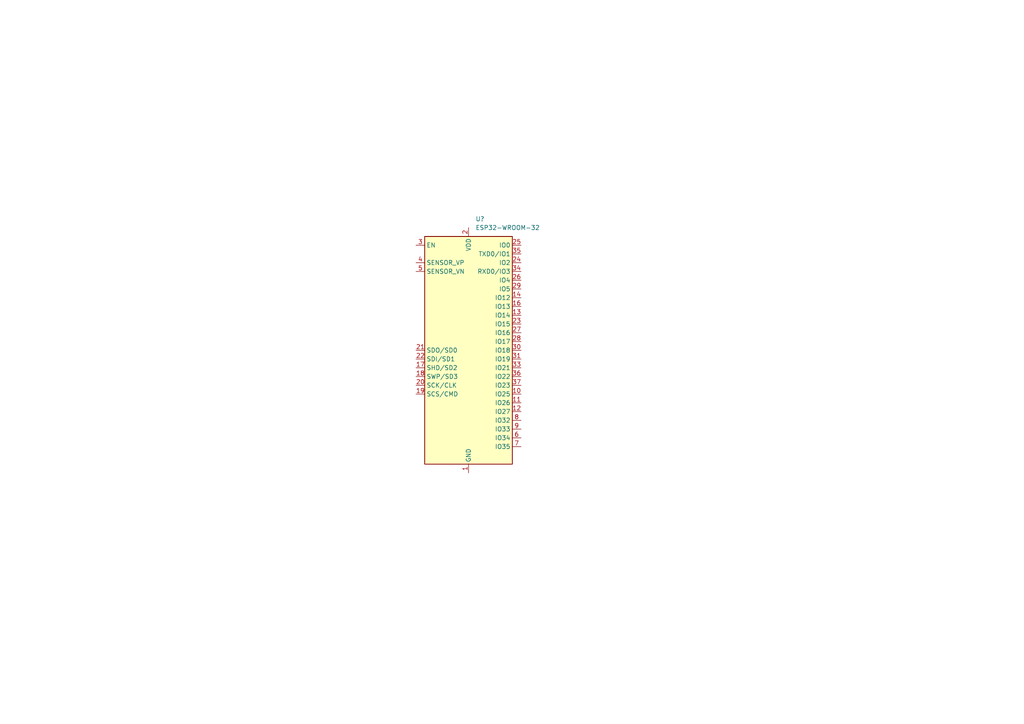
<source format=kicad_sch>
(kicad_sch (version 20211123) (generator eeschema)
  (paper "A4")
  (lib_symbols
    (symbol "RF_Module:ESP32-WROOM-32"
      (property "Reference" "U" (at -12.7 34.29 0))
      (property "Value" "ESP32-WROOM-32" (at 1.27 34.29 0))
      (symbol "ESP32-WROOM-32_0_1"
        (rectangle (start -12.7 33.02) (end 12.7 -33.02) (stroke (width 0.254)) (fill (type background)))
      )
      (symbol "ESP32-WROOM-32_1_1"
        (pin power_in line (at 0 -35.56 90) (length 2.54) (name "GND") (number "1"))
        (pin bidirectional line (at 15.24 -12.7 180) (length 2.54) (name "IO25") (number "10"))
        (pin bidirectional line (at 15.24 -15.24 180) (length 2.54) (name "IO26") (number "11"))
        (pin bidirectional line (at 15.24 -17.78 180) (length 2.54) (name "IO27") (number "12"))
        (pin bidirectional line (at 15.24 10.16 180) (length 2.54) (name "IO14") (number "13"))
        (pin bidirectional line (at 15.24 15.24 180) (length 2.54) (name "IO12") (number "14"))
        (pin passive line (at 0 -35.56 90) (length 2.54) hide (name "GND") (number "15"))
        (pin bidirectional line (at 15.24 12.7 180) (length 2.54) (name "IO13") (number "16"))
        (pin bidirectional line (at -15.24 -5.08 0) (length 2.54) (name "SHD/SD2") (number "17"))
        (pin bidirectional line (at -15.24 -7.62 0) (length 2.54) (name "SWP/SD3") (number "18"))
        (pin bidirectional line (at -15.24 -12.7 0) (length 2.54) (name "SCS/CMD") (number "19"))
        (pin power_in line (at 0 35.56 270) (length 2.54) (name "VDD") (number "2"))
        (pin bidirectional line (at -15.24 -10.16 0) (length 2.54) (name "SCK/CLK") (number "20"))
        (pin bidirectional line (at -15.24 0 0) (length 2.54) (name "SDO/SD0") (number "21"))
        (pin bidirectional line (at -15.24 -2.54 0) (length 2.54) (name "SDI/SD1") (number "22"))
        (pin bidirectional line (at 15.24 7.62 180) (length 2.54) (name "IO15") (number "23"))
        (pin bidirectional line (at 15.24 25.4 180) (length 2.54) (name "IO2") (number "24"))
        (pin bidirectional line (at 15.24 30.48 180) (length 2.54) (name "IO0") (number "25"))
        (pin bidirectional line (at 15.24 20.32 180) (length 2.54) (name "IO4") (number "26"))
        (pin bidirectional line (at 15.24 5.08 180) (length 2.54) (name "IO16") (number "27"))
        (pin bidirectional line (at 15.24 2.54 180) (length 2.54) (name "IO17") (number "28"))
        (pin bidirectional line (at 15.24 17.78 180) (length 2.54) (name "IO5") (number "29"))
        (pin input line (at -15.24 30.48 0) (length 2.54) (name "EN") (number "3"))
        (pin bidirectional line (at 15.24 0 180) (length 2.54) (name "IO18") (number "30"))
        (pin bidirectional line (at 15.24 -2.54 180) (length 2.54) (name "IO19") (number "31"))
        (pin no_connect line (at -12.7 -27.94 0) (length 2.54) hide (name "NC") (number "32"))
        (pin bidirectional line (at 15.24 -5.08 180) (length 2.54) (name "IO21") (number "33"))
        (pin bidirectional line (at 15.24 22.86 180) (length 2.54) (name "RXD0/IO3") (number "34"))
        (pin bidirectional line (at 15.24 27.94 180) (length 2.54) (name "TXD0/IO1") (number "35"))
        (pin bidirectional line (at 15.24 -7.62 180) (length 2.54) (name "IO22") (number "36"))
        (pin bidirectional line (at 15.24 -10.16 180) (length 2.54) (name "IO23") (number "37"))
        (pin passive line (at 0 -35.56 90) (length 2.54) hide (name "GND") (number "38"))
        (pin passive line (at 0 -35.56 90) (length 2.54) hide (name "GND") (number "39"))
        (pin input line (at -15.24 25.4 0) (length 2.54) (name "SENSOR_VP") (number "4"))
        (pin input line (at -15.24 22.86 0) (length 2.54) (name "SENSOR_VN") (number "5"))
        (pin input line (at 15.24 -25.4 180) (length 2.54) (name "IO34") (number "6"))
        (pin input line (at 15.24 -27.94 180) (length 2.54) (name "IO35") (number "7"))
        (pin bidirectional line (at 15.24 -20.32 180) (length 2.54) (name "IO32") (number "8"))
        (pin bidirectional line (at 15.24 -22.86 180) (length 2.54) (name "IO33") (number "9"))
      )
    )
  )
  (symbol (lib_id "RF_Module:ESP32-WROOM-32") (at 135.89 101.6 0) (unit 1)
    (property "Reference" "U?" (at 137.9094 63.5 0) (effects (justify left)))
    (property "Value" "ESP32-WROOM-32" (at 137.9094 66.04 0) (effects (justify left)))
    (property "Footprint" "RF_Module:ESP32-WROOM-32" (effects hide))
    (property "Datasheet" "https://www.espressif.com/sites/default/files/documentation/esp32-wroom-32_datasheet_en.pdf" (effects hide))
  )
)
</source>
